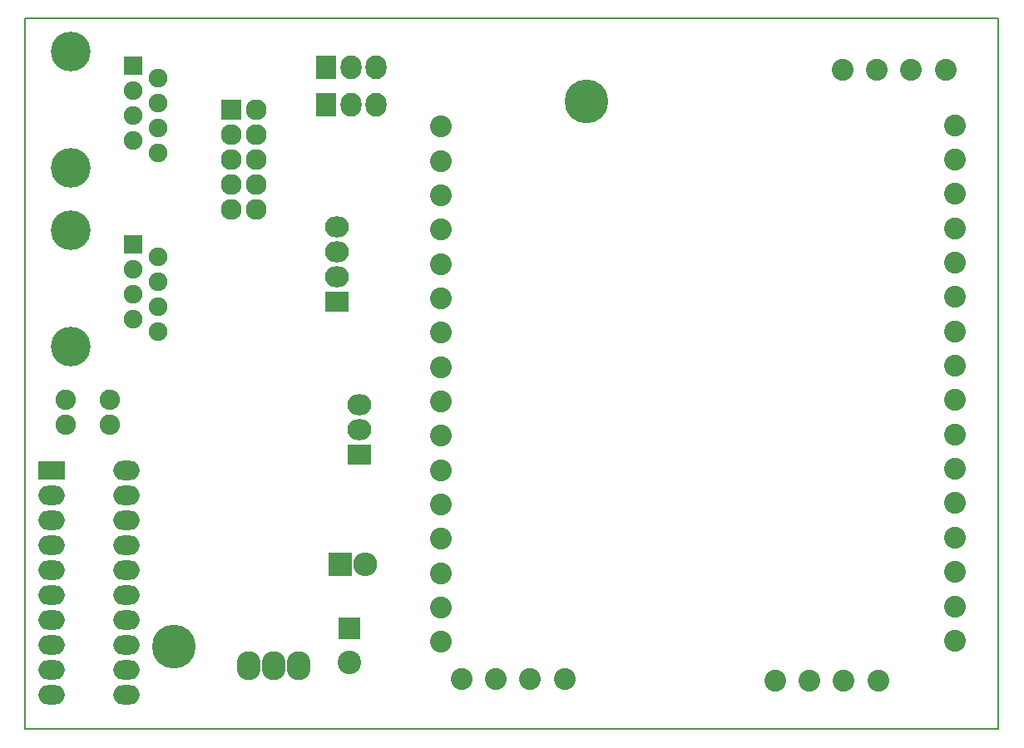
<source format=gts>
G04 #@! TF.FileFunction,Soldermask,Top*
%FSLAX46Y46*%
G04 Gerber Fmt 4.6, Leading zero omitted, Abs format (unit mm)*
G04 Created by KiCad (PCBNEW 4.1.0-alpha+201608211231+7083~46~ubuntu14.04.1-product) date Fri Aug 26 11:20:39 2016*
%MOMM*%
%LPD*%
G01*
G04 APERTURE LIST*
%ADD10C,0.150000*%
%ADD11C,0.200000*%
%ADD12C,4.049980*%
%ADD13R,1.901140X1.901140*%
%ADD14C,1.901140*%
%ADD15R,2.432000X2.127200*%
%ADD16O,2.432000X2.127200*%
%ADD17C,4.464000*%
%ADD18C,2.076400*%
%ADD19R,2.127200X2.432000*%
%ADD20O,2.127200X2.432000*%
%ADD21R,2.686000X1.974800*%
%ADD22O,2.686000X1.974800*%
%ADD23O,2.432000X2.940000*%
%ADD24R,2.127200X2.127200*%
%ADD25O,2.127200X2.127200*%
%ADD26R,2.432000X2.432000*%
%ADD27O,2.432000X2.432000*%
%ADD28C,2.224000*%
%ADD29R,2.200000X2.200000*%
%ADD30C,2.400000*%
G04 APERTURE END LIST*
D10*
D11*
X124460000Y-24130000D02*
X25400000Y-24130000D01*
X124460000Y-96520000D02*
X124460000Y-24130000D01*
X25400000Y-96520000D02*
X124460000Y-96520000D01*
X25400000Y-24130000D02*
X25400000Y-96520000D01*
D12*
X29982500Y-57525920D03*
X29982500Y-45656500D03*
D13*
X36332500Y-47142400D03*
D14*
X38872500Y-48412400D03*
X36332500Y-49682400D03*
X38872500Y-50952400D03*
X36332500Y-52222400D03*
X38872500Y-53492400D03*
X36332500Y-54762400D03*
X38872500Y-56032400D03*
D15*
X57075000Y-53000000D03*
D16*
X57075000Y-50460000D03*
X57075000Y-47920000D03*
X57075000Y-45380000D03*
D17*
X40500000Y-88100000D03*
X82500000Y-32600000D03*
D18*
X29521900Y-62931100D03*
X29521900Y-65471100D03*
X34021900Y-62931100D03*
X34021900Y-65471100D03*
D15*
X59360000Y-68550000D03*
D16*
X59360000Y-66010000D03*
X59360000Y-63470000D03*
D19*
X55990000Y-29130000D03*
D20*
X58530000Y-29130000D03*
X61070000Y-29130000D03*
D19*
X55990000Y-32880000D03*
D20*
X58530000Y-32880000D03*
X61070000Y-32880000D03*
D21*
X28090000Y-70170000D03*
D22*
X28090000Y-72710000D03*
X28090000Y-75250000D03*
X28090000Y-77790000D03*
X28090000Y-80330000D03*
X28090000Y-82870000D03*
X28090000Y-85410000D03*
X28090000Y-87950000D03*
X28090000Y-90490000D03*
X28090000Y-93030000D03*
X35710000Y-93030000D03*
X35710000Y-90490000D03*
X35710000Y-87950000D03*
X35710000Y-85410000D03*
X35710000Y-82870000D03*
X35710000Y-80330000D03*
X35710000Y-77790000D03*
X35710000Y-75250000D03*
X35710000Y-72710000D03*
X35710000Y-70170000D03*
D23*
X50670000Y-90030000D03*
X48130000Y-90030000D03*
X53210000Y-90030000D03*
D12*
X30000000Y-39338520D03*
X30000000Y-27469100D03*
D13*
X36350000Y-28955000D03*
D14*
X38890000Y-30225000D03*
X36350000Y-31495000D03*
X38890000Y-32765000D03*
X36350000Y-34035000D03*
X38890000Y-35305000D03*
X36350000Y-36575000D03*
X38890000Y-37845000D03*
D24*
X46320000Y-33440000D03*
D25*
X48860000Y-33440000D03*
X46320000Y-35980000D03*
X48860000Y-35980000D03*
X46320000Y-38520000D03*
X48860000Y-38520000D03*
X46320000Y-41060000D03*
X48860000Y-41060000D03*
X46320000Y-43600000D03*
X48860000Y-43600000D03*
D26*
X57410000Y-79720000D03*
D27*
X59950000Y-79720000D03*
D28*
X67714000Y-87627000D03*
X67714000Y-84127000D03*
X67714000Y-80627000D03*
X67714000Y-77127000D03*
X67717000Y-45627000D03*
X67717000Y-42127000D03*
X67717000Y-38627000D03*
X67717000Y-35127000D03*
X67714000Y-59627000D03*
X67714000Y-56127000D03*
X67714000Y-52627000D03*
X67714000Y-49127000D03*
X67714000Y-73627000D03*
X67714000Y-70127000D03*
X67714000Y-66627000D03*
X67714000Y-63127000D03*
X101712000Y-91567000D03*
X105212000Y-91567000D03*
X108712000Y-91567000D03*
X112212000Y-91567000D03*
X120016000Y-49000000D03*
X120016000Y-52500000D03*
X120016000Y-56000000D03*
X120016000Y-59500000D03*
X120016000Y-35000000D03*
X120016000Y-38500000D03*
X120016000Y-42000000D03*
X120016000Y-45500000D03*
X108555100Y-29324300D03*
X112055100Y-29324300D03*
X115555100Y-29324300D03*
X119055100Y-29324300D03*
X120016000Y-77000000D03*
X120016000Y-80500000D03*
X120016000Y-84000000D03*
X120016000Y-87500000D03*
X120016000Y-63000000D03*
X120016000Y-66500000D03*
X120016000Y-70000000D03*
X120016000Y-73500000D03*
X80279000Y-91440000D03*
X76779000Y-91440000D03*
X73279000Y-91440000D03*
X69779000Y-91440000D03*
D29*
X58343800Y-86238200D03*
D30*
X58343800Y-89738200D03*
M02*

</source>
